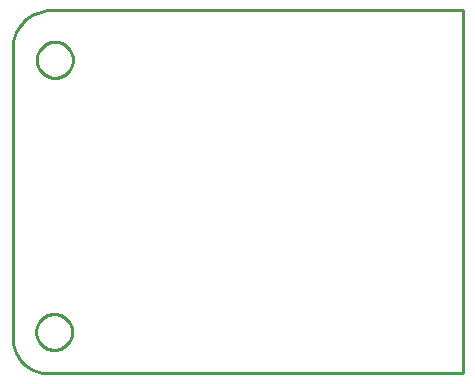
<source format=gbr>
G04 EAGLE Gerber RS-274X export*
G75*
%MOMM*%
%FSLAX34Y34*%
%LPD*%
%IN*%
%IPPOS*%
%AMOC8*
5,1,8,0,0,1.08239X$1,22.5*%
G01*
%ADD10C,0.254000*%


D10*
X-66000Y7000D02*
X-65886Y4385D01*
X-65544Y1791D01*
X-64978Y-765D01*
X-64191Y-3261D01*
X-63189Y-5679D01*
X-61981Y-8000D01*
X-60575Y-10207D01*
X-58981Y-12284D01*
X-57213Y-14213D01*
X-55284Y-15981D01*
X-53207Y-17575D01*
X-51000Y-18981D01*
X-48679Y-20189D01*
X-46261Y-21191D01*
X-43765Y-21978D01*
X-41209Y-22544D01*
X-38615Y-22886D01*
X-36000Y-23000D01*
X315000Y-23000D01*
X315000Y284340D01*
X-34250Y284340D01*
X-37017Y284219D01*
X-39763Y283858D01*
X-42468Y283258D01*
X-45109Y282425D01*
X-47668Y281365D01*
X-50125Y280086D01*
X-52461Y278598D01*
X-54659Y276912D01*
X-56701Y275041D01*
X-58572Y272999D01*
X-60258Y270801D01*
X-61746Y268465D01*
X-63025Y266008D01*
X-64085Y263449D01*
X-64918Y260808D01*
X-65518Y258103D01*
X-65879Y255357D01*
X-66000Y252590D01*
X-66000Y7000D01*
X-15200Y241886D02*
X-15278Y240800D01*
X-15433Y239722D01*
X-15664Y238659D01*
X-15971Y237614D01*
X-16351Y236594D01*
X-16803Y235604D01*
X-17325Y234649D01*
X-17914Y233733D01*
X-18566Y232861D01*
X-19279Y232039D01*
X-20049Y231269D01*
X-20871Y230556D01*
X-21743Y229904D01*
X-22659Y229315D01*
X-23614Y228793D01*
X-24604Y228341D01*
X-25624Y227961D01*
X-26669Y227654D01*
X-27732Y227423D01*
X-28810Y227268D01*
X-29896Y227190D01*
X-30984Y227190D01*
X-32070Y227268D01*
X-33148Y227423D01*
X-34211Y227654D01*
X-35256Y227961D01*
X-36276Y228341D01*
X-37266Y228793D01*
X-38221Y229315D01*
X-39137Y229904D01*
X-40009Y230556D01*
X-40831Y231269D01*
X-41601Y232039D01*
X-42314Y232861D01*
X-42966Y233733D01*
X-43555Y234649D01*
X-44077Y235604D01*
X-44529Y236594D01*
X-44909Y237614D01*
X-45216Y238659D01*
X-45447Y239722D01*
X-45602Y240800D01*
X-45680Y241886D01*
X-45680Y242974D01*
X-45602Y244060D01*
X-45447Y245138D01*
X-45216Y246201D01*
X-44909Y247246D01*
X-44529Y248266D01*
X-44077Y249256D01*
X-43555Y250211D01*
X-42966Y251127D01*
X-42314Y251999D01*
X-41601Y252821D01*
X-40831Y253591D01*
X-40009Y254304D01*
X-39137Y254956D01*
X-38221Y255545D01*
X-37266Y256067D01*
X-36276Y256519D01*
X-35256Y256899D01*
X-34211Y257206D01*
X-33148Y257437D01*
X-32070Y257592D01*
X-30984Y257670D01*
X-29896Y257670D01*
X-28810Y257592D01*
X-27732Y257437D01*
X-26669Y257206D01*
X-25624Y256899D01*
X-24604Y256519D01*
X-23614Y256067D01*
X-22659Y255545D01*
X-21743Y254956D01*
X-20871Y254304D01*
X-20049Y253591D01*
X-19279Y252821D01*
X-18566Y251999D01*
X-17914Y251127D01*
X-17325Y250211D01*
X-16803Y249256D01*
X-16351Y248266D01*
X-15971Y247246D01*
X-15664Y246201D01*
X-15433Y245138D01*
X-15278Y244060D01*
X-15200Y242974D01*
X-15200Y241886D01*
X-15760Y11456D02*
X-15838Y10370D01*
X-15993Y9292D01*
X-16224Y8229D01*
X-16531Y7184D01*
X-16911Y6164D01*
X-17363Y5174D01*
X-17885Y4219D01*
X-18474Y3303D01*
X-19126Y2431D01*
X-19839Y1609D01*
X-20609Y839D01*
X-21431Y126D01*
X-22303Y-526D01*
X-23219Y-1115D01*
X-24174Y-1637D01*
X-25164Y-2089D01*
X-26184Y-2469D01*
X-27229Y-2776D01*
X-28292Y-3007D01*
X-29370Y-3162D01*
X-30456Y-3240D01*
X-31544Y-3240D01*
X-32630Y-3162D01*
X-33708Y-3007D01*
X-34771Y-2776D01*
X-35816Y-2469D01*
X-36836Y-2089D01*
X-37826Y-1637D01*
X-38781Y-1115D01*
X-39697Y-526D01*
X-40569Y126D01*
X-41391Y839D01*
X-42161Y1609D01*
X-42874Y2431D01*
X-43526Y3303D01*
X-44115Y4219D01*
X-44637Y5174D01*
X-45089Y6164D01*
X-45469Y7184D01*
X-45776Y8229D01*
X-46007Y9292D01*
X-46162Y10370D01*
X-46240Y11456D01*
X-46240Y12544D01*
X-46162Y13630D01*
X-46007Y14708D01*
X-45776Y15771D01*
X-45469Y16816D01*
X-45089Y17836D01*
X-44637Y18826D01*
X-44115Y19781D01*
X-43526Y20697D01*
X-42874Y21569D01*
X-42161Y22391D01*
X-41391Y23161D01*
X-40569Y23874D01*
X-39697Y24526D01*
X-38781Y25115D01*
X-37826Y25637D01*
X-36836Y26089D01*
X-35816Y26469D01*
X-34771Y26776D01*
X-33708Y27007D01*
X-32630Y27162D01*
X-31544Y27240D01*
X-30456Y27240D01*
X-29370Y27162D01*
X-28292Y27007D01*
X-27229Y26776D01*
X-26184Y26469D01*
X-25164Y26089D01*
X-24174Y25637D01*
X-23219Y25115D01*
X-22303Y24526D01*
X-21431Y23874D01*
X-20609Y23161D01*
X-19839Y22391D01*
X-19126Y21569D01*
X-18474Y20697D01*
X-17885Y19781D01*
X-17363Y18826D01*
X-16911Y17836D01*
X-16531Y16816D01*
X-16224Y15771D01*
X-15993Y14708D01*
X-15838Y13630D01*
X-15760Y12544D01*
X-15760Y11456D01*
M02*

</source>
